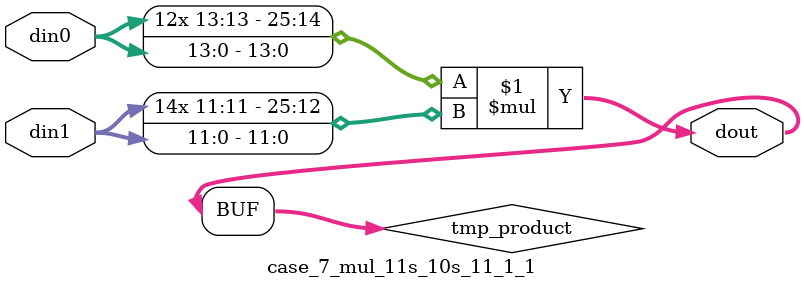
<source format=v>

`timescale 1 ns / 1 ps

 module case_7_mul_11s_10s_11_1_1(din0, din1, dout);
parameter ID = 1;
parameter NUM_STAGE = 0;
parameter din0_WIDTH = 14;
parameter din1_WIDTH = 12;
parameter dout_WIDTH = 26;

input [din0_WIDTH - 1 : 0] din0; 
input [din1_WIDTH - 1 : 0] din1; 
output [dout_WIDTH - 1 : 0] dout;

wire signed [dout_WIDTH - 1 : 0] tmp_product;



























assign tmp_product = $signed(din0) * $signed(din1);








assign dout = tmp_product;





















endmodule

</source>
